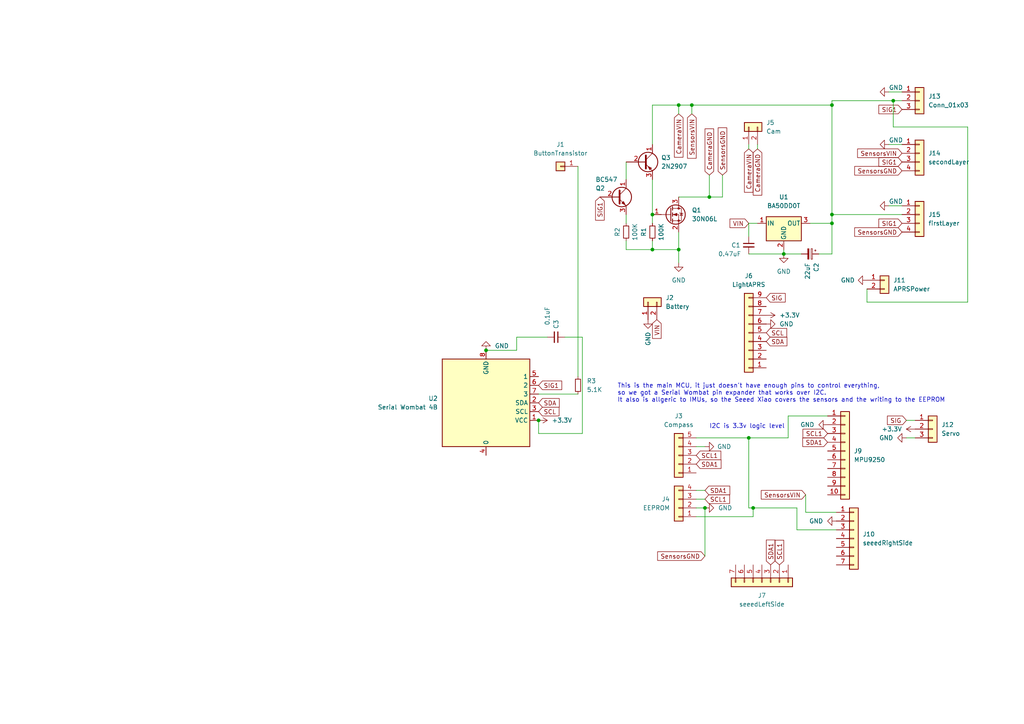
<source format=kicad_sch>
(kicad_sch (version 20211123) (generator eeschema)
  (paper "A4")
  (lib_symbols
    (symbol "Connector_Generic:Conn_01x01" (pin_names (offset 1.016) hide)
      (property "Reference" "J" (at 0 2.54 0))
      (property "Value" "Conn_01x01" (at 0 -2.54 0))
      (symbol "Conn_01x01_1_1"
        (rectangle (start -1.27 0.127) (end 0 -0.127) (stroke (width 0.1524)))
        (rectangle (start -1.27 1.27) (end 1.27 -1.27) (stroke (width 0.254)) (fill (type background)))
        (pin passive line (at -5.08 0 0) (length 3.81) (name "Pin_1") (number "1"))
      )
    )
    (symbol "Connector_Generic:Conn_01x02" (pin_names (offset 1.016) hide)
      (property "Reference" "J" (at 0 2.54 0))
      (property "Value" "Conn_01x02" (at 0 -5.08 0))
      (symbol "Conn_01x02_1_1"
        (rectangle (start -1.27 -2.413) (end 0 -2.667) (stroke (width 0.1524)))
        (rectangle (start -1.27 0.127) (end 0 -0.127) (stroke (width 0.1524)))
        (rectangle (start -1.27 1.27) (end 1.27 -3.81) (stroke (width 0.254)) (fill (type background)))
        (pin passive line (at -5.08 0 0) (length 3.81) (name "Pin_1") (number "1"))
        (pin passive line (at -5.08 -2.54 0) (length 3.81) (name "Pin_2") (number "2"))
      )
    )
    (symbol "Connector_Generic:Conn_01x03" (pin_names (offset 1.016) hide)
      (property "Reference" "J" (at 0 5.08 0))
      (property "Value" "Conn_01x03" (at 0 -5.08 0))
      (symbol "Conn_01x03_1_1"
        (rectangle (start -1.27 -2.413) (end 0 -2.667) (stroke (width 0.1524)))
        (rectangle (start -1.27 0.127) (end 0 -0.127) (stroke (width 0.1524)))
        (rectangle (start -1.27 2.667) (end 0 2.413) (stroke (width 0.1524)))
        (rectangle (start -1.27 3.81) (end 1.27 -3.81) (stroke (width 0.254)) (fill (type background)))
        (pin passive line (at -5.08 2.54 0) (length 3.81) (name "Pin_1") (number "1"))
        (pin passive line (at -5.08 0 0) (length 3.81) (name "Pin_2") (number "2"))
        (pin passive line (at -5.08 -2.54 0) (length 3.81) (name "Pin_3") (number "3"))
      )
    )
    (symbol "Connector_Generic:Conn_01x04" (pin_names (offset 1.016) hide)
      (property "Reference" "J" (at 0 5.08 0))
      (property "Value" "Conn_01x04" (at 0 -7.62 0))
      (symbol "Conn_01x04_1_1"
        (rectangle (start -1.27 -4.953) (end 0 -5.207) (stroke (width 0.1524)))
        (rectangle (start -1.27 -2.413) (end 0 -2.667) (stroke (width 0.1524)))
        (rectangle (start -1.27 0.127) (end 0 -0.127) (stroke (width 0.1524)))
        (rectangle (start -1.27 2.667) (end 0 2.413) (stroke (width 0.1524)))
        (rectangle (start -1.27 3.81) (end 1.27 -6.35) (stroke (width 0.254)) (fill (type background)))
        (pin passive line (at -5.08 2.54 0) (length 3.81) (name "Pin_1") (number "1"))
        (pin passive line (at -5.08 0 0) (length 3.81) (name "Pin_2") (number "2"))
        (pin passive line (at -5.08 -2.54 0) (length 3.81) (name "Pin_3") (number "3"))
        (pin passive line (at -5.08 -5.08 0) (length 3.81) (name "Pin_4") (number "4"))
      )
    )
    (symbol "Connector_Generic:Conn_01x05" (pin_names (offset 1.016) hide)
      (property "Reference" "J" (at 0 7.62 0))
      (property "Value" "Conn_01x05" (at 0 -7.62 0))
      (symbol "Conn_01x05_1_1"
        (rectangle (start -1.27 -4.953) (end 0 -5.207) (stroke (width 0.1524)))
        (rectangle (start -1.27 -2.413) (end 0 -2.667) (stroke (width 0.1524)))
        (rectangle (start -1.27 0.127) (end 0 -0.127) (stroke (width 0.1524)))
        (rectangle (start -1.27 2.667) (end 0 2.413) (stroke (width 0.1524)))
        (rectangle (start -1.27 5.207) (end 0 4.953) (stroke (width 0.1524)))
        (rectangle (start -1.27 6.35) (end 1.27 -6.35) (stroke (width 0.254)) (fill (type background)))
        (pin passive line (at -5.08 5.08 0) (length 3.81) (name "Pin_1") (number "1"))
        (pin passive line (at -5.08 2.54 0) (length 3.81) (name "Pin_2") (number "2"))
        (pin passive line (at -5.08 0 0) (length 3.81) (name "Pin_3") (number "3"))
        (pin passive line (at -5.08 -2.54 0) (length 3.81) (name "Pin_4") (number "4"))
        (pin passive line (at -5.08 -5.08 0) (length 3.81) (name "Pin_5") (number "5"))
      )
    )
    (symbol "Connector_Generic:Conn_01x07" (pin_names (offset 1.016) hide)
      (property "Reference" "J" (at 0 10.16 0))
      (property "Value" "Conn_01x07" (at 0 -10.16 0))
      (symbol "Conn_01x07_1_1"
        (rectangle (start -1.27 -7.493) (end 0 -7.747) (stroke (width 0.1524)))
        (rectangle (start -1.27 -4.953) (end 0 -5.207) (stroke (width 0.1524)))
        (rectangle (start -1.27 -2.413) (end 0 -2.667) (stroke (width 0.1524)))
        (rectangle (start -1.27 0.127) (end 0 -0.127) (stroke (width 0.1524)))
        (rectangle (start -1.27 2.667) (end 0 2.413) (stroke (width 0.1524)))
        (rectangle (start -1.27 5.207) (end 0 4.953) (stroke (width 0.1524)))
        (rectangle (start -1.27 7.747) (end 0 7.493) (stroke (width 0.1524)))
        (rectangle (start -1.27 8.89) (end 1.27 -8.89) (stroke (width 0.254)) (fill (type background)))
        (pin passive line (at -5.08 7.62 0) (length 3.81) (name "Pin_1") (number "1"))
        (pin passive line (at -5.08 5.08 0) (length 3.81) (name "Pin_2") (number "2"))
        (pin passive line (at -5.08 2.54 0) (length 3.81) (name "Pin_3") (number "3"))
        (pin passive line (at -5.08 0 0) (length 3.81) (name "Pin_4") (number "4"))
        (pin passive line (at -5.08 -2.54 0) (length 3.81) (name "Pin_5") (number "5"))
        (pin passive line (at -5.08 -5.08 0) (length 3.81) (name "Pin_6") (number "6"))
        (pin passive line (at -5.08 -7.62 0) (length 3.81) (name "Pin_7") (number "7"))
      )
    )
    (symbol "Connector_Generic:Conn_01x09" (pin_names (offset 1.016) hide)
      (property "Reference" "J" (at 0 12.7 0))
      (property "Value" "Conn_01x09" (at 0 -12.7 0))
      (symbol "Conn_01x09_1_1"
        (rectangle (start -1.27 -10.033) (end 0 -10.287) (stroke (width 0.1524)))
        (rectangle (start -1.27 -7.493) (end 0 -7.747) (stroke (width 0.1524)))
        (rectangle (start -1.27 -4.953) (end 0 -5.207) (stroke (width 0.1524)))
        (rectangle (start -1.27 -2.413) (end 0 -2.667) (stroke (width 0.1524)))
        (rectangle (start -1.27 0.127) (end 0 -0.127) (stroke (width 0.1524)))
        (rectangle (start -1.27 2.667) (end 0 2.413) (stroke (width 0.1524)))
        (rectangle (start -1.27 5.207) (end 0 4.953) (stroke (width 0.1524)))
        (rectangle (start -1.27 7.747) (end 0 7.493) (stroke (width 0.1524)))
        (rectangle (start -1.27 10.287) (end 0 10.033) (stroke (width 0.1524)))
        (rectangle (start -1.27 11.43) (end 1.27 -11.43) (stroke (width 0.254)) (fill (type background)))
        (pin passive line (at -5.08 10.16 0) (length 3.81) (name "Pin_1") (number "1"))
        (pin passive line (at -5.08 7.62 0) (length 3.81) (name "Pin_2") (number "2"))
        (pin passive line (at -5.08 5.08 0) (length 3.81) (name "Pin_3") (number "3"))
        (pin passive line (at -5.08 2.54 0) (length 3.81) (name "Pin_4") (number "4"))
        (pin passive line (at -5.08 0 0) (length 3.81) (name "Pin_5") (number "5"))
        (pin passive line (at -5.08 -2.54 0) (length 3.81) (name "Pin_6") (number "6"))
        (pin passive line (at -5.08 -5.08 0) (length 3.81) (name "Pin_7") (number "7"))
        (pin passive line (at -5.08 -7.62 0) (length 3.81) (name "Pin_8") (number "8"))
        (pin passive line (at -5.08 -10.16 0) (length 3.81) (name "Pin_9") (number "9"))
      )
    )
    (symbol "Connector_Generic:Conn_01x10" (pin_names (offset 1.016) hide)
      (property "Reference" "J" (at 0 12.7 0))
      (property "Value" "Conn_01x10" (at 0 -15.24 0))
      (symbol "Conn_01x10_1_1"
        (rectangle (start -1.27 -12.573) (end 0 -12.827) (stroke (width 0.1524)))
        (rectangle (start -1.27 -10.033) (end 0 -10.287) (stroke (width 0.1524)))
        (rectangle (start -1.27 -7.493) (end 0 -7.747) (stroke (width 0.1524)))
        (rectangle (start -1.27 -4.953) (end 0 -5.207) (stroke (width 0.1524)))
        (rectangle (start -1.27 -2.413) (end 0 -2.667) (stroke (width 0.1524)))
        (rectangle (start -1.27 0.127) (end 0 -0.127) (stroke (width 0.1524)))
        (rectangle (start -1.27 2.667) (end 0 2.413) (stroke (width 0.1524)))
        (rectangle (start -1.27 5.207) (end 0 4.953) (stroke (width 0.1524)))
        (rectangle (start -1.27 7.747) (end 0 7.493) (stroke (width 0.1524)))
        (rectangle (start -1.27 10.287) (end 0 10.033) (stroke (width 0.1524)))
        (rectangle (start -1.27 11.43) (end 1.27 -13.97) (stroke (width 0.254)) (fill (type background)))
        (pin passive line (at -5.08 10.16 0) (length 3.81) (name "Pin_1") (number "1"))
        (pin passive line (at -5.08 -12.7 0) (length 3.81) (name "Pin_10") (number "10"))
        (pin passive line (at -5.08 7.62 0) (length 3.81) (name "Pin_2") (number "2"))
        (pin passive line (at -5.08 5.08 0) (length 3.81) (name "Pin_3") (number "3"))
        (pin passive line (at -5.08 2.54 0) (length 3.81) (name "Pin_4") (number "4"))
        (pin passive line (at -5.08 0 0) (length 3.81) (name "Pin_5") (number "5"))
        (pin passive line (at -5.08 -2.54 0) (length 3.81) (name "Pin_6") (number "6"))
        (pin passive line (at -5.08 -5.08 0) (length 3.81) (name "Pin_7") (number "7"))
        (pin passive line (at -5.08 -7.62 0) (length 3.81) (name "Pin_8") (number "8"))
        (pin passive line (at -5.08 -10.16 0) (length 3.81) (name "Pin_9") (number "9"))
      )
    )
    (symbol "Device:C_Polarized_Small" (pin_numbers hide) (pin_names (offset 0.254) hide)
      (property "Reference" "C" (at 0.254 1.778 0))
      (property "Value" "C_Polarized_Small" (at 0.254 -2.032 0))
      (symbol "C_Polarized_Small_0_1"
        (rectangle (start -1.524 -0.3048) (end 1.524 -0.6858) (fill (type outline)))
        (rectangle (start -1.524 0.6858) (end 1.524 0.3048))
        (polyline (pts (xy -1.27 1.524) (xy -0.762 1.524)))
        (polyline (pts (xy -1.016 1.27) (xy -1.016 1.778)))
      )
      (symbol "C_Polarized_Small_1_1"
        (pin passive line (at 0 2.54 270) (length 1.8542) (name "~") (number "1"))
        (pin passive line (at 0 -2.54 90) (length 1.8542) (name "~") (number "2"))
      )
    )
    (symbol "Device:C_Small" (pin_numbers hide) (pin_names (offset 0.254) hide)
      (property "Reference" "C" (at 0.254 1.778 0))
      (property "Value" "C_Small" (at 0.254 -2.032 0))
      (symbol "C_Small_0_1"
        (polyline (pts (xy -1.524 -0.508) (xy 1.524 -0.508)) (stroke (width 0.3302)))
        (polyline (pts (xy -1.524 0.508) (xy 1.524 0.508)) (stroke (width 0.3048)))
      )
      (symbol "C_Small_1_1"
        (pin passive line (at 0 2.54 270) (length 2.032) (name "~") (number "1"))
        (pin passive line (at 0 -2.54 90) (length 2.032) (name "~") (number "2"))
      )
    )
    (symbol "Device:Q_NPN_CBE" (pin_names (offset 0) hide)
      (property "Reference" "Q" (at 5.08 1.27 0))
      (property "Value" "Q_NPN_CBE" (at 5.08 -1.27 0))
      (symbol "Q_NPN_CBE_0_1"
        (polyline (pts (xy 0.635 0.635) (xy 2.54 2.54)))
        (polyline (pts (xy 0.635 -0.635) (xy 2.54 -2.54) (xy 2.54 -2.54)))
        (polyline (pts (xy 0.635 1.905) (xy 0.635 -1.905) (xy 0.635 -1.905)) (stroke (width 0.508)))
        (polyline (pts (xy 1.27 -1.778) (xy 1.778 -1.27) (xy 2.286 -2.286) (xy 1.27 -1.778) (xy 1.27 -1.778)) (fill (type outline)))
        (circle (center 1.27 0) (radius 2.8194) (stroke (width 0.254)))
      )
      (symbol "Q_NPN_CBE_1_1"
        (pin passive line (at 2.54 5.08 270) (length 2.54) (name "C") (number "1"))
        (pin input line (at -5.08 0 0) (length 5.715) (name "B") (number "2"))
        (pin passive line (at 2.54 -5.08 90) (length 2.54) (name "E") (number "3"))
      )
    )
    (symbol "Device:Q_PNP_CBE" (pin_names (offset 0) hide)
      (property "Reference" "Q" (at 5.08 1.27 0))
      (property "Value" "Q_PNP_CBE" (at 5.08 -1.27 0))
      (symbol "Q_PNP_CBE_0_1"
        (polyline (pts (xy 0.635 0.635) (xy 2.54 2.54)))
        (polyline (pts (xy 0.635 -0.635) (xy 2.54 -2.54) (xy 2.54 -2.54)))
        (polyline (pts (xy 0.635 1.905) (xy 0.635 -1.905) (xy 0.635 -1.905)) (stroke (width 0.508)))
        (polyline (pts (xy 2.286 -1.778) (xy 1.778 -2.286) (xy 1.27 -1.27) (xy 2.286 -1.778) (xy 2.286 -1.778)) (fill (type outline)))
        (circle (center 1.27 0) (radius 2.8194) (stroke (width 0.254)))
      )
      (symbol "Q_PNP_CBE_1_1"
        (pin passive line (at 2.54 5.08 270) (length 2.54) (name "C") (number "1"))
        (pin input line (at -5.08 0 0) (length 5.715) (name "B") (number "2"))
        (pin passive line (at 2.54 -5.08 90) (length 2.54) (name "E") (number "3"))
      )
    )
    (symbol "Device:R_Small" (pin_numbers hide) (pin_names (offset 0.254) hide)
      (property "Reference" "R" (at 0.762 0.508 0))
      (property "Value" "R_Small" (at 0.762 -1.016 0))
      (symbol "R_Small_0_1"
        (rectangle (start -0.762 1.778) (end 0.762 -1.778) (stroke (width 0.2032)))
      )
      (symbol "R_Small_1_1"
        (pin passive line (at 0 2.54 270) (length 0.762) (name "~") (number "1"))
        (pin passive line (at 0 -2.54 90) (length 0.762) (name "~") (number "2"))
      )
    )
    (symbol "MCU_Microchip_ATtiny:Serial Wombat 4B"
      (property "Reference" "U2" (at -13.97 1.2701 0))
      (property "Value" "Serial Wombat 4B" (at -13.97 -1.2699 0))
      (symbol "Serial Wombat 4B_0_1"
        (rectangle (start -12.7 -12.7) (end 12.7 12.7) (stroke (width 0.254)) (fill (type background)))
      )
      (symbol "Serial Wombat 4B_1_1"
        (pin bidirectional line (at 15.24 -5.08 180) (length 2.54) (name "VCC") (number "1"))
        (pin bidirectional line (at 15.24 0 180) (length 2.54) (name "SDA") (number "2"))
        (pin bidirectional line (at 15.24 -2.54 180) (length 2.54) (name "SCL") (number "3"))
        (pin power_in line (at 0 -15.24 90) (length 2.54) (name "0") (number "4"))
        (pin bidirectional line (at 15.24 7.62 180) (length 2.54) (name "1") (number "5"))
        (pin bidirectional line (at 15.24 5.08 180) (length 2.54) (name "2") (number "6"))
        (pin bidirectional line (at 15.24 2.54 180) (length 2.54) (name "3") (number "7"))
        (pin power_in line (at 0 15.24 270) (length 2.54) (name "GND") (number "8"))
      )
    )
    (symbol "Regulator_Linear:L7805" (pin_names (offset 0.254))
      (property "Reference" "U" (at -3.81 3.175 0))
      (property "Value" "L7805" (at 0 3.175 0))
      (symbol "L7805_0_1"
        (rectangle (start -5.08 1.905) (end 5.08 -5.08) (stroke (width 0.254)) (fill (type background)))
      )
      (symbol "L7805_1_1"
        (pin power_in line (at -7.62 0 0) (length 2.54) (name "IN") (number "1"))
        (pin power_in line (at 0 -7.62 90) (length 2.54) (name "GND") (number "2"))
        (pin power_out line (at 7.62 0 180) (length 2.54) (name "OUT") (number "3"))
      )
    )
    (symbol "Transistor_FET:2N7002" (pin_names hide)
      (property "Reference" "Q" (at 5.08 1.905 0))
      (property "Value" "2N7002" (at 5.08 0 0))
      (symbol "2N7002_0_1"
        (polyline (pts (xy 0.254 0) (xy -2.54 0)))
        (polyline (pts (xy 0.254 1.905) (xy 0.254 -1.905)) (stroke (width 0.254)))
        (polyline (pts (xy 0.762 -1.27) (xy 0.762 -2.286)) (stroke (width 0.254)))
        (polyline (pts (xy 0.762 0.508) (xy 0.762 -0.508)) (stroke (width 0.254)))
        (polyline (pts (xy 0.762 2.286) (xy 0.762 1.27)) (stroke (width 0.254)))
        (polyline (pts (xy 2.54 2.54) (xy 2.54 1.778)))
        (polyline (pts (xy 2.54 -2.54) (xy 2.54 0) (xy 0.762 0)))
        (polyline (pts (xy 0.762 -1.778) (xy 3.302 -1.778) (xy 3.302 1.778) (xy 0.762 1.778)))
        (polyline (pts (xy 1.016 0) (xy 2.032 0.381) (xy 2.032 -0.381) (xy 1.016 0)) (fill (type outline)))
        (polyline (pts (xy 2.794 0.508) (xy 2.921 0.381) (xy 3.683 0.381) (xy 3.81 0.254)))
        (polyline (pts (xy 3.302 0.381) (xy 2.921 -0.254) (xy 3.683 -0.254) (xy 3.302 0.381)))
        (circle (center 1.651 0) (radius 2.794) (stroke (width 0.254)))
        (circle (center 2.54 -1.778) (radius 0.254) (fill (type outline)))
        (circle (center 2.54 1.778) (radius 0.254) (fill (type outline)))
      )
      (symbol "2N7002_1_1"
        (pin input line (at -5.08 0 0) (length 2.54) (name "G") (number "1"))
        (pin passive line (at 2.54 -5.08 90) (length 2.54) (name "S") (number "2"))
        (pin passive line (at 2.54 5.08 270) (length 2.54) (name "D") (number "3"))
      )
    )
    (symbol "power:+3.3V" (power) (pin_names (offset 0))
      (property "Value" "+3.3V" (at 0 3.556 0))
      (symbol "+3.3V_0_1"
        (polyline (pts (xy -0.762 1.27) (xy 0 2.54)))
        (polyline (pts (xy 0 0) (xy 0 2.54)))
        (polyline (pts (xy 0 2.54) (xy 0.762 1.27)))
      )
      (symbol "+3.3V_1_1"
        (pin power_in line (at 0 0 90) (length 0) hide (name "+3.3V") (number "1"))
      )
    )
    (symbol "power:GND" (power) (pin_names (offset 0))
      (property "Value" "GND" (at 0 -3.81 0))
      (symbol "GND_0_1"
        (polyline (pts (xy 0 0) (xy 0 -1.27) (xy 1.27 -1.27) (xy 0 -2.54) (xy -1.27 -1.27) (xy 0 -1.27)))
      )
      (symbol "GND_1_1"
        (pin power_in line (at 0 0 270) (length 0) hide (name "GND") (number "1"))
      )
    )
  )
  (junction (at 218.44 147.32))
  (junction (at 259.08 29.21))
  (junction (at 217.17 127))
  (junction (at 200.66 30.48))
  (junction (at 227.33 73.66))
  (junction (at 156.21 121.92))
  (junction (at 140.97 101.6))
  (junction (at 196.85 30.48))
  (junction (at 189.23 62.23))
  (junction (at 205.74 57.15))
  (junction (at 241.3 64.77))
  (junction (at 189.23 72.39))
  (junction (at 241.3 62.23))
  (junction (at 204.47 147.32))
  (junction (at 196.85 72.39))
  (junction (at 241.3 30.48))
  (wire (pts (xy 209.55 50.8) (xy 209.55 57.15)))
  (wire (pts (xy 280.67 36.83) (xy 259.08 36.83)))
  (wire (pts (xy 251.46 87.63) (xy 280.67 87.63)))
  (wire (pts (xy 189.23 30.48) (xy 189.23 41.91)))
  (wire (pts (xy 217.17 127) (xy 217.17 147.32)))
  (wire (pts (xy 241.3 29.21) (xy 241.3 30.48)))
  (wire (pts (xy 189.23 72.39) (xy 196.85 72.39)))
  (wire (pts (xy 181.61 62.23) (xy 181.61 64.77)))
  (wire (pts (xy 227.33 72.39) (xy 227.33 73.66)))
  (wire (pts (xy 217.17 64.77) (xy 217.17 68.58)))
  (wire (pts (xy 156.21 114.3) (xy 167.64 114.3)))
  (wire (pts (xy 280.67 87.63) (xy 280.67 36.83)))
  (wire (pts (xy 204.47 129.54) (xy 201.93 129.54)))
  (wire (pts (xy 228.6 127) (xy 217.17 127)))
  (wire (pts (xy 219.71 41.91) (xy 219.71 43.18)))
  (wire (pts (xy 257.81 59.69) (xy 261.62 59.69)))
  (wire (pts (xy 156.21 121.92) (xy 156.21 125.73)))
  (wire (pts (xy 181.61 69.85) (xy 181.61 72.39)))
  (wire (pts (xy 205.74 57.15) (xy 196.85 57.15)))
  (wire (pts (xy 251.46 83.82) (xy 251.46 87.63)))
  (wire (pts (xy 196.85 72.39) (xy 196.85 76.2)))
  (wire (pts (xy 227.33 73.66) (xy 232.41 73.66)))
  (wire (pts (xy 201.93 147.32) (xy 204.47 147.32)))
  (wire (pts (xy 201.93 127) (xy 217.17 127)))
  (wire (pts (xy 218.44 149.86) (xy 218.44 147.32)))
  (wire (pts (xy 168.91 125.73) (xy 168.91 97.79)))
  (wire (pts (xy 217.17 41.91) (xy 217.17 43.18)))
  (wire (pts (xy 218.44 147.32) (xy 231.14 147.32)))
  (wire (pts (xy 209.55 57.15) (xy 205.74 57.15)))
  (wire (pts (xy 181.61 72.39) (xy 189.23 72.39)))
  (wire (pts (xy 241.3 62.23) (xy 241.3 30.48)))
  (wire (pts (xy 257.81 26.67) (xy 261.62 26.67)))
  (wire (pts (xy 259.08 29.21) (xy 261.62 29.21)))
  (wire (pts (xy 205.74 50.8) (xy 205.74 57.15)))
  (wire (pts (xy 257.81 41.91) (xy 261.62 41.91)))
  (wire (pts (xy 265.43 121.92) (xy 262.89 121.92)))
  (wire (pts (xy 189.23 69.85) (xy 189.23 72.39)))
  (wire (pts (xy 149.86 101.6) (xy 140.97 101.6)))
  (wire (pts (xy 265.43 127) (xy 262.89 127)))
  (wire (pts (xy 259.08 29.21) (xy 241.3 29.21)))
  (wire (pts (xy 217.17 147.32) (xy 218.44 147.32)))
  (wire (pts (xy 241.3 62.23) (xy 261.62 62.23)))
  (wire (pts (xy 237.49 73.66) (xy 241.3 73.66)))
  (wire (pts (xy 204.47 144.78) (xy 201.93 144.78)))
  (wire (pts (xy 201.93 149.86) (xy 218.44 149.86)))
  (wire (pts (xy 204.47 147.32) (xy 204.47 161.29)))
  (wire (pts (xy 156.21 125.73) (xy 168.91 125.73)))
  (wire (pts (xy 241.3 64.77) (xy 241.3 73.66)))
  (wire (pts (xy 242.57 148.59) (xy 233.68 148.59)))
  (wire (pts (xy 241.3 64.77) (xy 241.3 62.23)))
  (wire (pts (xy 240.03 120.65) (xy 228.6 120.65)))
  (wire (pts (xy 189.23 30.48) (xy 196.85 30.48)))
  (wire (pts (xy 189.23 52.07) (xy 189.23 62.23)))
  (wire (pts (xy 189.23 62.23) (xy 189.23 64.77)))
  (wire (pts (xy 158.75 97.79) (xy 149.86 97.79)))
  (wire (pts (xy 259.08 36.83) (xy 259.08 29.21)))
  (wire (pts (xy 196.85 30.48) (xy 200.66 30.48)))
  (wire (pts (xy 228.6 120.65) (xy 228.6 127)))
  (wire (pts (xy 242.57 153.67) (xy 231.14 153.67)))
  (wire (pts (xy 234.95 64.77) (xy 241.3 64.77)))
  (wire (pts (xy 217.17 73.66) (xy 227.33 73.66)))
  (wire (pts (xy 200.66 30.48) (xy 200.66 33.02)))
  (wire (pts (xy 196.85 30.48) (xy 196.85 33.02)))
  (wire (pts (xy 167.64 48.26) (xy 167.64 109.22)))
  (wire (pts (xy 231.14 153.67) (xy 231.14 147.32)))
  (wire (pts (xy 200.66 30.48) (xy 241.3 30.48)))
  (wire (pts (xy 196.85 67.31) (xy 196.85 72.39)))
  (wire (pts (xy 181.61 46.99) (xy 181.61 52.07)))
  (wire (pts (xy 149.86 97.79) (xy 149.86 101.6)))
  (wire (pts (xy 233.68 143.51) (xy 233.68 148.59)))
  (wire (pts (xy 217.17 64.77) (xy 219.71 64.77)))
  (wire (pts (xy 204.47 142.24) (xy 201.93 142.24)))
  (wire (pts (xy 168.91 97.79) (xy 163.83 97.79)))
  (text "I2C is 3.3v logic level\n" (at 205.74 124.46 0) (effects (font (size 1.27 1.27)) (justify left bottom)))
  (text "This is the main MCU, it just doesn't have enough pins to control everything,\nso we got a Serial Wombat pin expander that works over I2C.\nIt also is allgeric to IMUs, so the Seeed Xiao covers the sensors and the writing to the EEPROM" (at 179.07 116.84 0) (effects (font (size 1.27 1.27)) (justify left bottom)))
  (global_label "VIN" (shape input) (at 217.17 64.77 180) (property "Intersheet References" "${INTERSHEET_REFS}" (effects hide)))
  (global_label "SCL1" (shape input) (at 226.06 163.83 90) (property "Intersheet References" "${INTERSHEET_REFS}" (effects hide)))
  (global_label "SDA1" (shape input) (at 201.93 134.62 0) (property "Intersheet References" "${INTERSHEET_REFS}" (effects hide)))
  (global_label "SIG1" (shape input) (at 156.21 111.76 0) (property "Intersheet References" "${INTERSHEET_REFS}" (effects hide)))
  (global_label "SCL1" (shape input) (at 201.93 132.08 0) (property "Intersheet References" "${INTERSHEET_REFS}" (effects hide)))
  (global_label "CameraGND" (shape input) (at 219.71 43.18 270) (property "Intersheet References" "${INTERSHEET_REFS}" (effects hide)))
  (global_label "CameraVIN" (shape input) (at 196.85 33.02 270) (property "Intersheet References" "${INTERSHEET_REFS}" (effects hide)))
  (global_label "SIG1" (shape input) (at 261.62 31.75 180) (property "Intersheet References" "${INTERSHEET_REFS}" (effects hide)))
  (global_label "SCL1" (shape input) (at 240.03 125.73 180) (property "Intersheet References" "${INTERSHEET_REFS}" (effects hide)))
  (global_label "SensorsGND" (shape input) (at 261.62 49.53 180) (property "Intersheet References" "${INTERSHEET_REFS}" (effects hide)))
  (global_label "SIG1" (shape input) (at 261.62 46.99 180) (property "Intersheet References" "${INTERSHEET_REFS}" (effects hide)))
  (global_label "SensorsVIN" (shape input) (at 261.62 44.45 180) (property "Intersheet References" "${INTERSHEET_REFS}" (effects hide)))
  (global_label "CameraVIN" (shape input) (at 217.17 43.18 270) (property "Intersheet References" "${INTERSHEET_REFS}" (effects hide)))
  (global_label "SDA1" (shape input) (at 240.03 128.27 180) (property "Intersheet References" "${INTERSHEET_REFS}" (effects hide)))
  (global_label "SensorsVIN" (shape input) (at 200.66 33.02 270) (property "Intersheet References" "${INTERSHEET_REFS}" (effects hide)))
  (global_label "SensorsGND" (shape input) (at 204.47 161.29 180) (property "Intersheet References" "${INTERSHEET_REFS}" (effects hide)))
  (global_label "SCL" (shape input) (at 222.25 96.52 0) (property "Intersheet References" "${INTERSHEET_REFS}" (effects hide)))
  (global_label "SDA" (shape input) (at 222.25 99.06 0) (property "Intersheet References" "${INTERSHEET_REFS}" (effects hide)))
  (global_label "SDA1" (shape input) (at 223.52 163.83 90) (property "Intersheet References" "${INTERSHEET_REFS}" (effects hide)))
  (global_label "SensorsGND" (shape input) (at 261.62 67.31 180) (property "Intersheet References" "${INTERSHEET_REFS}" (effects hide)))
  (global_label "SDA1" (shape input) (at 204.47 142.24 0) (property "Intersheet References" "${INTERSHEET_REFS}" (effects hide)))
  (global_label "SIG1" (shape input) (at 261.62 64.77 180) (property "Intersheet References" "${INTERSHEET_REFS}" (effects hide)))
  (global_label "SensorsVIN" (shape input) (at 233.68 143.51 180) (property "Intersheet References" "${INTERSHEET_REFS}" (effects hide)))
  (global_label "SensorsGND" (shape input) (at 209.55 50.8 90) (property "Intersheet References" "${INTERSHEET_REFS}" (effects hide)))
  (global_label "SCL" (shape input) (at 156.21 119.38 0) (property "Intersheet References" "${INTERSHEET_REFS}" (effects hide)))
  (global_label "VIN" (shape input) (at 190.5 92.71 270) (property "Intersheet References" "${INTERSHEET_REFS}" (effects hide)))
  (global_label "SIG" (shape input) (at 222.25 86.36 0) (property "Intersheet References" "${INTERSHEET_REFS}" (effects hide)))
  (global_label "SIG1" (shape input) (at 173.99 57.15 270) (property "Intersheet References" "${INTERSHEET_REFS}" (effects hide)))
  (global_label "CameraGND" (shape input) (at 205.74 50.8 90) (property "Intersheet References" "${INTERSHEET_REFS}" (effects hide)))
  (global_label "SDA" (shape input) (at 156.21 116.84 0) (property "Intersheet References" "${INTERSHEET_REFS}" (effects hide)))
  (global_label "SIG" (shape input) (at 262.89 121.92 180) (property "Intersheet References" "${INTERSHEET_REFS}" (effects hide)))
  (global_label "SCL1" (shape input) (at 204.47 144.78 0) (property "Intersheet References" "${INTERSHEET_REFS}" (effects hide)))
  (symbol (lib_id "power:GND") (at 242.57 151.13 270) (unit 1)
    (property "Reference" "#PWR0107" (effects hide))
    (property "Value" "GND" (at 238.76 151.1299 90) (effects (justify right)))
  )
  (symbol (lib_id "Connector_Generic:Conn_01x05") (at 196.85 132.08 180) (unit 1)
    (property "Reference" "J3" (at 196.85 120.65 0))
    (property "Value" "Compass" (at 196.85 123.19 0))
    (property "Footprint" "Connector_PinHeader_2.54mm:PinHeader_1x05_P2.54mm_Vertical" (effects hide))
  )
  (symbol (lib_id "Connector_Generic:Conn_01x02") (at 217.17 36.83 90) (unit 1)
    (property "Reference" "J5" (at 222.25 35.5599 90) (effects (justify right)))
    (property "Value" "Cam" (at 222.25 38.0999 90) (effects (justify right)))
    (property "Footprint" "Connector_PinHeader_2.54mm:PinHeader_1x02_P2.54mm_Vertical" (effects hide))
  )
  (symbol (lib_id "Device:C_Polarized_Small") (at 234.95 73.66 270) (unit 1)
    (property "Reference" "C2" (at 236.7662 76.2 0) (effects (justify left)))
    (property "Value" "22uF" (at 234.2262 76.2 0) (effects (justify left)))
    (property "Footprint" "Capacitor_THT:CP_Radial_D5.0mm_P2.50mm" (effects hide))
  )
  (symbol (lib_id "power:GND") (at 196.85 76.2 0) (unit 1)
    (property "Reference" "#PWR0104" (effects hide))
    (property "Value" "GND" (at 196.85 81.28 0))
  )
  (symbol (lib_id "MCU_Microchip_ATtiny:Serial Wombat 4B") (at 140.97 116.84 0) (unit 1)
    (property "Reference" "U2" (at 127 115.5699 0) (effects (justify right)))
    (property "Value" "Serial Wombat 4B" (at 127 118.1099 0) (effects (justify right)))
    (property "Footprint" "Package_DIP:DIP-8_W7.62mm" (effects hide))
    (property "Datasheet" "http://ww1.microchip.com/downloads/en/DeviceDoc/atmel-2586-avr-8-bit-microcontroller-attiny25-attiny45-attiny85_datasheet.pdf" (effects hide))
  )
  (symbol (lib_id "Connector_Generic:Conn_01x02") (at 187.96 87.63 90) (unit 1)
    (property "Reference" "J2" (at 193.04 86.3599 90) (effects (justify right)))
    (property "Value" "Battery" (at 193.04 88.8999 90) (effects (justify right)))
    (property "Footprint" "Connector_PinHeader_2.54mm:PinHeader_1x02_P2.54mm_Vertical" (effects hide))
  )
  (symbol (lib_id "power:GND") (at 257.81 59.69 270) (unit 1)
    (property "Reference" "#PWR0116" (effects hide))
    (property "Value" "GND" (at 257.81 58.42 90) (effects (justify left)))
  )
  (symbol (lib_id "power:GND") (at 204.47 147.32 90) (unit 1)
    (property "Reference" "#PWR0105" (effects hide))
    (property "Value" "GND" (at 208.28 147.3201 90) (effects (justify right)))
  )
  (symbol (lib_id "Connector_Generic:Conn_01x01") (at 162.56 48.26 180) (unit 1)
    (property "Reference" "J1" (at 162.56 41.91 0))
    (property "Value" "ButtonTransistor" (at 162.56 44.45 0))
    (property "Footprint" "Connector_PinHeader_2.54mm:PinHeader_1x01_P2.54mm_Vertical" (effects hide))
  )
  (symbol (lib_id "power:GND") (at 187.96 92.71 0) (unit 1)
    (property "Reference" "#PWR0103" (effects hide))
    (property "Value" "GND" (at 187.96 100.33 90) (effects (justify left)))
  )
  (symbol (lib_id "power:GND") (at 204.47 129.54 90) (unit 1)
    (property "Reference" "#PWR0106" (effects hide))
    (property "Value" "GND" (at 212.09 129.54 90) (effects (justify left)))
  )
  (symbol (lib_id "power:GND") (at 240.03 123.19 270) (unit 1)
    (property "Reference" "#PWR0110" (effects hide))
    (property "Value" "GND" (at 236.22 123.1899 90) (effects (justify right)))
  )
  (symbol (lib_id "Connector_Generic:Conn_01x03") (at 266.7 29.21 0) (unit 1)
    (property "Reference" "J13" (at 269.24 27.9399 0) (effects (justify left)))
    (property "Value" "Conn_01x03" (at 269.24 30.4799 0) (effects (justify left)))
    (property "Footprint" "Connector_PinHeader_2.54mm:PinHeader_1x03_P2.54mm_Vertical" (effects hide))
  )
  (symbol (lib_id "Connector_Generic:Conn_01x07") (at 220.98 168.91 270) (unit 1)
    (property "Reference" "J7" (at 220.98 172.72 90))
    (property "Value" "seeedLeftSide" (at 220.98 175.26 90))
    (property "Footprint" "Connector_PinHeader_2.54mm:PinHeader_1x07_P2.54mm_Vertical" (effects hide))
  )
  (symbol (lib_id "power:GND") (at 257.81 26.67 270) (unit 1)
    (property "Reference" "#PWR0118" (effects hide))
    (property "Value" "GND" (at 257.81 25.4 90) (effects (justify left)))
  )
  (symbol (lib_id "Connector_Generic:Conn_01x04") (at 196.85 147.32 180) (unit 1)
    (property "Reference" "J4" (at 194.31 144.78 0) (effects (justify left)))
    (property "Value" "EEPROM" (at 194.31 147.32 0) (effects (justify left)))
    (property "Footprint" "Connector_PinHeader_2.54mm:PinHeader_1x04_P2.54mm_Vertical" (effects hide))
  )
  (symbol (lib_id "power:GND") (at 262.89 127 270) (unit 1)
    (property "Reference" "#PWR0109" (effects hide))
    (property "Value" "GND" (at 259.08 126.9999 90) (effects (justify right)))
  )
  (symbol (lib_id "power:+3.3V") (at 156.21 121.92 270) (unit 1)
    (property "Reference" "#PWR0102" (effects hide))
    (property "Value" "+3.3V" (at 160.02 121.9201 90) (effects (justify left)))
  )
  (symbol (lib_id "Device:Q_PNP_CBE") (at 186.69 46.99 0) (unit 1)
    (property "Reference" "Q3" (at 191.77 45.7199 0) (effects (justify left)))
    (property "Value" "2N2907" (at 191.77 48.2599 0) (effects (justify left)))
    (property "Footprint" "Package_TO_SOT_THT:TO-92L_Inline" (effects hide))
  )
  (symbol (lib_id "Connector_Generic:Conn_01x04") (at 266.7 44.45 0) (unit 1)
    (property "Reference" "J14" (at 269.24 44.4499 0) (effects (justify left)))
    (property "Value" "secondLayer" (at 269.24 46.9899 0) (effects (justify left)))
    (property "Footprint" "Connector_PinHeader_2.54mm:PinHeader_1x04_P2.54mm_Vertical" (effects hide))
  )
  (symbol (lib_id "power:+3.3V") (at 265.43 124.46 90) (unit 1)
    (property "Reference" "#PWR?" (effects hide))
    (property "Value" "+3.3V" (at 261.62 124.4599 90) (effects (justify left)))
  )
  (symbol (lib_id "power:+3.3V") (at 222.25 91.44 270) (unit 1)
    (property "Reference" "#PWR0112" (effects hide))
    (property "Value" "+3.3V" (at 226.06 91.4401 90) (effects (justify left)))
  )
  (symbol (lib_id "Device:R_Small") (at 189.23 67.31 180) (unit 1)
    (property "Reference" "R1" (at 186.69 67.31 90))
    (property "Value" "100K" (at 191.77 67.31 90))
    (property "Footprint" "Resistor_THT:R_Axial_DIN0207_L6.3mm_D2.5mm_P10.16mm_Horizontal" (effects hide))
  )
  (symbol (lib_id "Connector_Generic:Conn_01x09") (at 217.17 96.52 180) (unit 1)
    (property "Reference" "J6" (at 217.17 80.01 0))
    (property "Value" "LightAPRS" (at 217.17 82.55 0))
    (property "Footprint" "Connector_PinHeader_2.54mm:PinHeader_1x09_P2.54mm_Vertical" (effects hide))
  )
  (symbol (lib_id "power:GND") (at 227.33 73.66 0) (unit 1)
    (property "Reference" "#PWR0114" (effects hide))
    (property "Value" "GND" (at 227.33 78.74 0))
  )
  (symbol (lib_id "Device:R_Small") (at 181.61 67.31 180) (unit 1)
    (property "Reference" "R2" (at 179.07 67.31 90))
    (property "Value" "100K" (at 184.15 67.31 90))
    (property "Footprint" "Resistor_THT:R_Axial_DIN0207_L6.3mm_D2.5mm_P10.16mm_Horizontal" (effects hide))
  )
  (symbol (lib_id "power:GND") (at 251.46 81.28 270) (unit 1)
    (property "Reference" "#PWR0113" (effects hide))
    (property "Value" "GND" (at 243.84 81.28 90) (effects (justify left)))
  )
  (symbol (lib_id "power:GND") (at 257.81 41.91 270) (unit 1)
    (property "Reference" "#PWR0117" (effects hide))
    (property "Value" "GND" (at 257.81 40.64 90) (effects (justify left)))
  )
  (symbol (lib_id "Transistor_FET:2N7002") (at 194.31 62.23 0) (unit 1)
    (property "Reference" "Q1" (at 200.66 60.9599 0) (effects (justify left)))
    (property "Value" "30N06L" (at 200.66 63.4999 0) (effects (justify left)))
    (property "Footprint" "Package_TO_SOT_THT:TO-220-3_Vertical" (effects hide))
    (property "Datasheet" "https://www.onsemi.com/pub/Collateral/NDS7002A-D.PDF" (effects hide))
  )
  (symbol (lib_id "Connector_Generic:Conn_01x02") (at 256.54 81.28 0) (unit 1)
    (property "Reference" "J11" (at 259.08 81.2799 0) (effects (justify left)))
    (property "Value" "APRSPower" (at 259.08 83.8199 0) (effects (justify left)))
    (property "Footprint" "Connector_PinHeader_2.54mm:PinHeader_1x02_P2.54mm_Vertical" (effects hide))
  )
  (symbol (lib_id "Connector_Generic:Conn_01x07") (at 247.65 156.21 0) (unit 1)
    (property "Reference" "J10" (at 250.19 154.9399 0) (effects (justify left)))
    (property "Value" "seeedRightSide" (at 250.19 157.4799 0) (effects (justify left)))
    (property "Footprint" "Connector_PinHeader_2.54mm:PinHeader_1x07_P2.54mm_Vertical" (effects hide))
  )
  (symbol (lib_id "Connector_Generic:Conn_01x10") (at 245.11 130.81 0) (unit 1)
    (property "Reference" "J9" (at 247.65 130.8099 0) (effects (justify left)))
    (property "Value" "MPU9250" (at 247.65 133.3499 0) (effects (justify left)))
    (property "Footprint" "Connector_PinHeader_2.54mm:PinHeader_1x10_P2.54mm_Vertical" (effects hide))
  )
  (symbol (lib_id "Device:R_Small") (at 167.64 111.76 0) (unit 1)
    (property "Reference" "R3" (at 170.18 110.4899 0) (effects (justify left)))
    (property "Value" "5.1K" (at 170.18 113.0299 0) (effects (justify left)))
    (property "Footprint" "Resistor_THT:R_Axial_DIN0207_L6.3mm_D2.5mm_P10.16mm_Horizontal" (effects hide))
  )
  (symbol (lib_id "power:GND") (at 222.25 93.98 90) (unit 1)
    (property "Reference" "#PWR0111" (effects hide))
    (property "Value" "GND" (at 226.06 93.9801 90) (effects (justify right)))
  )
  (symbol (lib_id "power:GND") (at 140.97 101.6 180) (unit 1)
    (property "Reference" "#PWR0101" (effects hide))
    (property "Value" "GND" (at 143.51 100.3299 0) (effects (justify right)))
  )
  (symbol (lib_id "Device:C_Small") (at 161.29 97.79 270) (unit 1)
    (property "Reference" "C3" (at 161.29 92.71 0) (effects (justify left)))
    (property "Value" "0.1uF" (at 158.75 88.9 0) (effects (justify left)))
    (property "Footprint" "Capacitor_THT:C_Disc_D4.3mm_W1.9mm_P5.00mm" (effects hide))
  )
  (symbol (lib_id "Connector_Generic:Conn_01x03") (at 270.51 124.46 0) (unit 1)
    (property "Reference" "J12" (at 273.05 123.1899 0) (effects (justify left)))
    (property "Value" "Servo" (at 273.05 125.7299 0) (effects (justify left)))
    (property "Footprint" "Connector_PinHeader_2.54mm:PinHeader_1x03_P2.54mm_Vertical" (effects hide))
  )
  (symbol (lib_id "Device:Q_NPN_CBE") (at 179.07 57.15 0) (unit 1)
    (property "Reference" "Q2" (at 172.72 54.61 0) (effects (justify left)))
    (property "Value" "BC547" (at 172.72 52.07 0) (effects (justify left)))
    (property "Footprint" "Package_TO_SOT_THT:TO-92L_Inline" (effects hide))
  )
  (symbol (lib_id "Connector_Generic:Conn_01x04") (at 266.7 62.23 0) (unit 1)
    (property "Reference" "J15" (at 269.24 62.2299 0) (effects (justify left)))
    (property "Value" "firstLayer" (at 269.24 64.7699 0) (effects (justify left)))
    (property "Footprint" "Connector_PinHeader_2.54mm:PinHeader_1x04_P2.54mm_Vertical" (effects hide))
  )
  (symbol (lib_id "Regulator_Linear:L7805") (at 227.33 64.77 0) (unit 1)
    (property "Reference" "U1" (at 227.33 57.15 0))
    (property "Value" "BA50DD0T" (at 227.33 59.69 0))
    (property "Footprint" "Package_TO_SOT_THT:TO-220F-3_Vertical" (effects hide))
    (property "Datasheet" "http://www.st.com/content/ccc/resource/technical/document/datasheet/41/4f/b3/b0/12/d4/47/88/CD00000444.pdf/files/CD00000444.pdf/jcr:content/translations/en.CD00000444.pdf" (effects hide))
  )
  (symbol (lib_id "Device:C_Small") (at 217.17 71.12 0) (unit 1)
    (property "Reference" "C1" (at 212.09 71.12 0) (effects (justify left)))
    (property "Value" "0.47uF" (at 208.28 73.66 0) (effects (justify left)))
    (property "Footprint" "Capacitor_THT:C_Disc_D4.3mm_W1.9mm_P5.00mm" (effects hide))
  )
)
</source>
